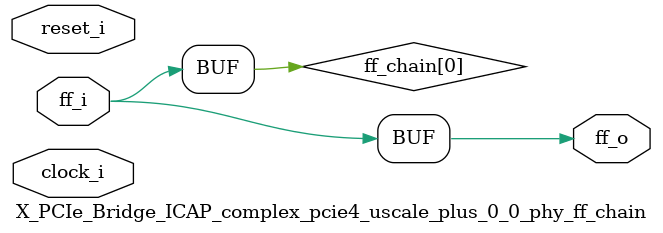
<source format=v>
/*****************************************************************************
** Description:
**    Flop Chain
**
******************************************************************************/

`timescale 1ps/1ps

`define AS_PHYREG(clk, reset, q, d, rstval)  \
   always @(posedge clk or posedge reset) begin \
      if (reset) \
         q  <= #(TCQ)   rstval;  \
      else  \
         q  <= #(TCQ)   d; \
   end

`define PHYREG(clk, reset, q, d, rstval)  \
   always @(posedge clk) begin \
      if (reset) \
         q  <= #(TCQ)   rstval;  \
      else  \
         q  <= #(TCQ)   d; \
   end

(* DowngradeIPIdentifiedWarnings = "yes" *)
module X_PCIe_Bridge_ICAP_complex_pcie4_uscale_plus_0_0_phy_ff_chain #(
   // Parameters
   parameter integer PIPELINE_STAGES   = 0,        // 0 = no pipeline; 1 = 1 stage; 2 = 2 stages; 3 = 3 stages
   parameter         ASYNC             = "FALSE",
   parameter integer FF_WIDTH          = 1,
   parameter integer RST_VAL           = 0,
   parameter integer TCQ               = 1
)  (   
   input  wire                         clock_i,          
   input  wire                         reset_i,           
   input  wire [FF_WIDTH-1:0]          ff_i,            
   output wire [FF_WIDTH-1:0]          ff_o        
   );

   genvar   var_i;

   reg   [FF_WIDTH-1:0]          ff_chain [PIPELINE_STAGES:0];

   always @(*) ff_chain[0] = ff_i;

generate
   if (PIPELINE_STAGES > 0) begin:  with_ff_chain
      for (var_i = 0; var_i < PIPELINE_STAGES; var_i = var_i + 1) begin: ff_chain_gen
         if (ASYNC == "TRUE") begin: async_rst
            `AS_PHYREG(clock_i, reset_i, ff_chain[var_i+1], ff_chain[var_i], RST_VAL)
         end else begin: sync_rst
            `PHYREG(clock_i, reset_i, ff_chain[var_i+1], ff_chain[var_i], RST_VAL)
         end
      end
   end
endgenerate

   assign ff_o = ff_chain[PIPELINE_STAGES];

endmodule

</source>
